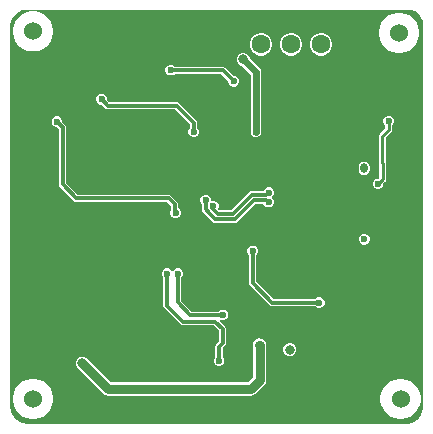
<source format=gbr>
%TF.GenerationSoftware,Altium Limited,Altium Designer,24.1.2 (44)*%
G04 Layer_Physical_Order=2*
G04 Layer_Color=16711680*
%FSLAX45Y45*%
%MOMM*%
%TF.SameCoordinates,257A8DD5-596B-45CF-B8F4-21FB4E0B7711*%
%TF.FilePolarity,Positive*%
%TF.FileFunction,Copper,L2,Bot,Signal*%
%TF.Part,Single*%
G01*
G75*
%TA.AperFunction,Conductor*%
%ADD32C,0.25000*%
%ADD33C,0.30000*%
%ADD35C,0.80000*%
%ADD42C,0.60000*%
%TA.AperFunction,ComponentPad*%
G04:AMPARAMS|DCode=44|XSize=1.3mm|YSize=2.3mm|CornerRadius=0.65mm|HoleSize=0mm|Usage=FLASHONLY|Rotation=90.000|XOffset=0mm|YOffset=0mm|HoleType=Round|Shape=RoundedRectangle|*
%AMROUNDEDRECTD44*
21,1,1.30000,1.00000,0,0,90.0*
21,1,0.00000,2.30000,0,0,90.0*
1,1,1.30000,0.50000,0.00000*
1,1,1.30000,0.50000,0.00000*
1,1,1.30000,-0.50000,0.00000*
1,1,1.30000,-0.50000,0.00000*
%
%ADD44ROUNDEDRECTD44*%
G04:AMPARAMS|DCode=45|XSize=1.3mm|YSize=2.6mm|CornerRadius=0.65mm|HoleSize=0mm|Usage=FLASHONLY|Rotation=90.000|XOffset=0mm|YOffset=0mm|HoleType=Round|Shape=RoundedRectangle|*
%AMROUNDEDRECTD45*
21,1,1.30000,1.30000,0,0,90.0*
21,1,0.00000,2.60000,0,0,90.0*
1,1,1.30000,0.65000,0.00000*
1,1,1.30000,0.65000,0.00000*
1,1,1.30000,-0.65000,0.00000*
1,1,1.30000,-0.65000,0.00000*
%
%ADD45ROUNDEDRECTD45*%
%ADD46C,0.60000*%
G04:AMPARAMS|DCode=47|XSize=0.85mm|YSize=0.6mm|CornerRadius=0.3mm|HoleSize=0mm|Usage=FLASHONLY|Rotation=90.000|XOffset=0mm|YOffset=0mm|HoleType=Round|Shape=RoundedRectangle|*
%AMROUNDEDRECTD47*
21,1,0.85000,0.00000,0,0,90.0*
21,1,0.25000,0.60000,0,0,90.0*
1,1,0.60000,0.00000,0.12500*
1,1,0.60000,0.00000,-0.12500*
1,1,0.60000,0.00000,-0.12500*
1,1,0.60000,0.00000,0.12500*
%
%ADD47ROUNDEDRECTD47*%
%ADD48R,1.60000X1.60000*%
%ADD49C,1.60000*%
%TA.AperFunction,ViaPad*%
%ADD50C,1.52400*%
%ADD51C,0.60000*%
%ADD52C,0.80000*%
%ADD53C,0.50000*%
G36*
X12154182Y9729815D02*
X12161682Y9724815D01*
X12172811Y9728608D01*
X12191372Y9724916D01*
X12214576Y9715305D01*
X12235458Y9701351D01*
X12253217Y9683592D01*
X12267171Y9662709D01*
X12276782Y9639506D01*
X12281682Y9614873D01*
Y9602316D01*
Y6364816D01*
Y6351027D01*
X12276302Y6323979D01*
X12265748Y6298500D01*
X12250427Y6275571D01*
X12230927Y6256070D01*
X12207997Y6240749D01*
X12182518Y6230196D01*
X12155470Y6224816D01*
X8926415D01*
X8896470Y6230772D01*
X8868262Y6242456D01*
X8842875Y6259419D01*
X8821285Y6281009D01*
X8804322Y6306396D01*
X8792638Y6334604D01*
X8786682Y6364549D01*
Y6379816D01*
Y9584815D01*
Y9599097D01*
X8792254Y9627110D01*
X8803184Y9653499D01*
X8819053Y9677248D01*
X8839250Y9697444D01*
X8862999Y9713313D01*
X8889387Y9724243D01*
X8917401Y9729816D01*
X12143982D01*
X12154182Y9729815D01*
D02*
G37*
%LPC*%
G36*
X8995444Y9715800D02*
X8961957D01*
X8929113Y9709267D01*
X8898175Y9696452D01*
X8870332Y9677848D01*
X8846653Y9654169D01*
X8828048Y9626325D01*
X8815233Y9595387D01*
X8808700Y9562543D01*
Y9529057D01*
X8815233Y9496213D01*
X8828048Y9465275D01*
X8846653Y9437431D01*
X8870332Y9413753D01*
X8898175Y9395148D01*
X8929113Y9382333D01*
X8961957Y9375800D01*
X8995444D01*
X9028287Y9382333D01*
X9059225Y9395148D01*
X9087069Y9413753D01*
X9110748Y9437431D01*
X9129352Y9465275D01*
X9142167Y9496213D01*
X9148700Y9529057D01*
Y9562543D01*
X9142167Y9595387D01*
X9129352Y9626325D01*
X9110748Y9654169D01*
X9087069Y9677848D01*
X9059225Y9696452D01*
X9028287Y9709267D01*
X8995444Y9715800D01*
D02*
G37*
G36*
X12094244Y9703100D02*
X12060757D01*
X12027913Y9696567D01*
X11996975Y9683752D01*
X11969132Y9665148D01*
X11945453Y9641469D01*
X11926848Y9613625D01*
X11914033Y9582687D01*
X11907500Y9549843D01*
Y9516357D01*
X11914033Y9483513D01*
X11926848Y9452575D01*
X11945453Y9424731D01*
X11969132Y9401053D01*
X11996975Y9382448D01*
X12027913Y9369633D01*
X12060757Y9363100D01*
X12094244D01*
X12127087Y9369633D01*
X12158025Y9382448D01*
X12185869Y9401053D01*
X12209548Y9424731D01*
X12228152Y9452575D01*
X12240967Y9483513D01*
X12247500Y9516357D01*
Y9549843D01*
X12240967Y9582687D01*
X12228152Y9613625D01*
X12209548Y9641469D01*
X12185869Y9665148D01*
X12158025Y9683752D01*
X12127087Y9696567D01*
X12094244Y9703100D01*
D02*
G37*
G36*
X11429807Y9531100D02*
X11404793D01*
X11380632Y9524626D01*
X11358969Y9512119D01*
X11341281Y9494431D01*
X11328774Y9472768D01*
X11322300Y9448607D01*
Y9423593D01*
X11328774Y9399432D01*
X11341281Y9377769D01*
X11358969Y9360081D01*
X11380632Y9347574D01*
X11404793Y9341100D01*
X11429807D01*
X11453968Y9347574D01*
X11475631Y9360081D01*
X11493319Y9377769D01*
X11505826Y9399432D01*
X11512300Y9423593D01*
Y9448607D01*
X11505826Y9472768D01*
X11493319Y9494431D01*
X11475631Y9512119D01*
X11453968Y9524626D01*
X11429807Y9531100D01*
D02*
G37*
G36*
X11175807D02*
X11150793D01*
X11126632Y9524626D01*
X11104969Y9512119D01*
X11087281Y9494431D01*
X11074774Y9472768D01*
X11068300Y9448607D01*
Y9423593D01*
X11074774Y9399432D01*
X11087281Y9377769D01*
X11104969Y9360081D01*
X11126632Y9347574D01*
X11150793Y9341100D01*
X11175807D01*
X11199968Y9347574D01*
X11221631Y9360081D01*
X11239319Y9377769D01*
X11251826Y9399432D01*
X11258300Y9423593D01*
Y9448607D01*
X11251826Y9472768D01*
X11239319Y9494431D01*
X11221631Y9512119D01*
X11199968Y9524626D01*
X11175807Y9531100D01*
D02*
G37*
G36*
X10921807D02*
X10896793D01*
X10872632Y9524626D01*
X10850969Y9512119D01*
X10833281Y9494431D01*
X10820774Y9472768D01*
X10814300Y9448607D01*
Y9423593D01*
X10820774Y9399432D01*
X10833281Y9377769D01*
X10850969Y9360081D01*
X10872632Y9347574D01*
X10896793Y9341100D01*
X10921807D01*
X10945968Y9347574D01*
X10967631Y9360081D01*
X10985319Y9377769D01*
X10997826Y9399432D01*
X11004300Y9423593D01*
Y9448607D01*
X10997826Y9472768D01*
X10985319Y9494431D01*
X10967631Y9512119D01*
X10945968Y9524626D01*
X10921807Y9531100D01*
D02*
G37*
G36*
X10152651Y9263000D02*
X10134749D01*
X10118210Y9256149D01*
X10105551Y9243491D01*
X10098700Y9226951D01*
Y9209049D01*
X10105551Y9192510D01*
X10118210Y9179851D01*
X10134749Y9173000D01*
X10152651D01*
X10169190Y9179851D01*
X10176752Y9187412D01*
X10571030D01*
X10633700Y9124742D01*
Y9114049D01*
X10640551Y9097510D01*
X10653210Y9084851D01*
X10669749Y9078000D01*
X10687651D01*
X10704190Y9084851D01*
X10716849Y9097510D01*
X10723700Y9114049D01*
Y9131951D01*
X10716849Y9148490D01*
X10704190Y9161149D01*
X10687651Y9168000D01*
X10676958D01*
X10605329Y9239629D01*
X10595405Y9246259D01*
X10583700Y9248588D01*
X10583699Y9248588D01*
X10176752D01*
X10169190Y9256149D01*
X10152651Y9263000D01*
D02*
G37*
G36*
X10767840Y9364100D02*
X10745960D01*
X10725745Y9355727D01*
X10710273Y9340255D01*
X10701900Y9320040D01*
Y9298160D01*
X10710273Y9277945D01*
X10725745Y9262473D01*
X10745960Y9254100D01*
X10747014D01*
X10820318Y9180795D01*
Y8698000D01*
X10821200Y8693568D01*
Y8689049D01*
X10822929Y8684874D01*
X10823811Y8680442D01*
X10826322Y8676684D01*
X10828051Y8672510D01*
X10831246Y8669315D01*
X10833757Y8665557D01*
X10837515Y8663046D01*
X10840710Y8659851D01*
X10844884Y8658122D01*
X10848642Y8655611D01*
X10853074Y8654729D01*
X10857249Y8653000D01*
X10861768D01*
X10866200Y8652119D01*
X10870632Y8653000D01*
X10875151D01*
X10879326Y8654729D01*
X10883758Y8655611D01*
X10887516Y8658122D01*
X10891690Y8659851D01*
X10894886Y8663046D01*
X10898643Y8665557D01*
X10901154Y8669315D01*
X10904349Y8672510D01*
X10906078Y8676684D01*
X10908589Y8680442D01*
X10909471Y8684874D01*
X10911200Y8689049D01*
Y8693568D01*
X10912082Y8698000D01*
Y9199800D01*
X10908589Y9217358D01*
X10898643Y9232243D01*
X10811900Y9318986D01*
Y9320040D01*
X10803527Y9340255D01*
X10788055Y9355727D01*
X10767840Y9364100D01*
D02*
G37*
G36*
X9567651Y9015500D02*
X9549749D01*
X9533210Y9008649D01*
X9520551Y8995990D01*
X9513700Y8979451D01*
Y8961549D01*
X9520551Y8945010D01*
X9533210Y8932351D01*
X9549749Y8925500D01*
X9560442D01*
X9589571Y8896371D01*
X9599495Y8889741D01*
X9611200Y8887412D01*
X10181030D01*
X10308112Y8760330D01*
Y8728552D01*
X10300551Y8720990D01*
X10293700Y8704451D01*
Y8686549D01*
X10300551Y8670010D01*
X10313210Y8657351D01*
X10329749Y8650500D01*
X10347651D01*
X10364191Y8657351D01*
X10376849Y8670010D01*
X10383700Y8686549D01*
Y8704451D01*
X10376849Y8720990D01*
X10369288Y8728552D01*
Y8773000D01*
X10366959Y8784706D01*
X10360329Y8794629D01*
X10360328Y8794629D01*
X10215329Y8939629D01*
X10205406Y8946259D01*
X10193700Y8948588D01*
X10193699Y8948588D01*
X9623870D01*
X9603700Y8968758D01*
Y8979451D01*
X9596849Y8995990D01*
X9584191Y9008649D01*
X9567651Y9015500D01*
D02*
G37*
G36*
X11783700Y8443882D02*
X11766142Y8440389D01*
X11751257Y8430443D01*
X11741311Y8415558D01*
X11737819Y8398000D01*
Y8373000D01*
X11741311Y8355442D01*
X11751257Y8340557D01*
X11766142Y8330611D01*
X11783700Y8327118D01*
X11801258Y8330611D01*
X11816143Y8340557D01*
X11826089Y8355442D01*
X11829582Y8373000D01*
Y8398000D01*
X11826089Y8415558D01*
X11816143Y8430443D01*
X11801258Y8440389D01*
X11783700Y8443882D01*
D02*
G37*
G36*
X11998163Y8831837D02*
X11980262D01*
X11963722Y8824986D01*
X11951063Y8812328D01*
X11944213Y8795788D01*
Y8777886D01*
X11951063Y8761347D01*
X11961174Y8751236D01*
Y8724226D01*
X11916374Y8679426D01*
X11910296Y8670330D01*
X11908161Y8659600D01*
Y8434600D01*
X11909961Y8425551D01*
Y8304714D01*
X11905247Y8300000D01*
X11890949D01*
X11874410Y8293149D01*
X11861751Y8280490D01*
X11854900Y8263951D01*
Y8246049D01*
X11861751Y8229510D01*
X11874410Y8216851D01*
X11890949Y8210000D01*
X11908851D01*
X11925390Y8216851D01*
X11938049Y8229510D01*
X11944900Y8246049D01*
Y8260347D01*
X11957826Y8273274D01*
X11963904Y8282370D01*
X11966039Y8293100D01*
Y8432800D01*
X11964238Y8441851D01*
Y8647986D01*
X12009039Y8692786D01*
X12015117Y8701883D01*
X12017251Y8712612D01*
Y8751236D01*
X12027362Y8761347D01*
X12034212Y8777886D01*
Y8795788D01*
X12027362Y8812328D01*
X12014703Y8824986D01*
X11998163Y8831837D01*
D02*
G37*
G36*
X10981751Y8225700D02*
X10963849D01*
X10947310Y8218849D01*
X10934651Y8206190D01*
X10929514Y8193788D01*
X10830060D01*
X10818355Y8191459D01*
X10808432Y8184829D01*
X10808431Y8184828D01*
X10655191Y8031588D01*
X10553670D01*
X10543621Y8041636D01*
X10549981Y8056991D01*
Y8074893D01*
X10543131Y8091432D01*
X10530472Y8104091D01*
X10513932Y8110942D01*
X10496031D01*
X10495541Y8110739D01*
X10484982Y8117795D01*
Y8123669D01*
X10478131Y8140209D01*
X10465472Y8152867D01*
X10448933Y8159718D01*
X10431031D01*
X10414491Y8152867D01*
X10401833Y8140209D01*
X10394982Y8123669D01*
Y8105767D01*
X10401833Y8089228D01*
X10409394Y8081667D01*
Y8038380D01*
X10409394Y8038379D01*
X10411722Y8026673D01*
X10418353Y8016750D01*
X10449497Y7985606D01*
X10500732Y7934371D01*
X10510655Y7927741D01*
X10522360Y7925412D01*
X10686499D01*
X10686500Y7925412D01*
X10698205Y7927741D01*
X10708129Y7934371D01*
X10861370Y8087612D01*
X10929514D01*
X10934651Y8075210D01*
X10947310Y8062551D01*
X10963849Y8055700D01*
X10981751D01*
X10998290Y8062551D01*
X11010949Y8075210D01*
X11017800Y8091749D01*
Y8109651D01*
X11010949Y8126191D01*
X11004736Y8132403D01*
X10999466Y8140700D01*
X11004736Y8148997D01*
X11010949Y8155209D01*
X11017800Y8171749D01*
Y8189651D01*
X11010949Y8206190D01*
X10998290Y8218849D01*
X10981751Y8225700D01*
D02*
G37*
G36*
X9190151Y8825500D02*
X9172249D01*
X9155710Y8818649D01*
X9143051Y8805991D01*
X9136200Y8789451D01*
Y8771549D01*
X9143051Y8755010D01*
X9155710Y8742351D01*
X9172249Y8735500D01*
X9182942D01*
X9198112Y8720330D01*
Y8250501D01*
X9198112Y8250500D01*
X9200441Y8238795D01*
X9207071Y8228871D01*
X9324571Y8111372D01*
X9324571Y8111371D01*
X9334494Y8104741D01*
X9346200Y8102412D01*
X10116030D01*
X10148872Y8069570D01*
Y8036812D01*
X10147051Y8034991D01*
X10140200Y8018451D01*
Y8000549D01*
X10147051Y7984010D01*
X10159710Y7971351D01*
X10176249Y7964500D01*
X10194151D01*
X10210691Y7971351D01*
X10223349Y7984010D01*
X10230200Y8000549D01*
Y8018451D01*
X10223349Y8034991D01*
X10210691Y8047649D01*
X10210048Y8047915D01*
Y8082239D01*
X10210048Y8082240D01*
X10207719Y8093946D01*
X10201089Y8103869D01*
X10150329Y8154629D01*
X10140406Y8161259D01*
X10128700Y8163588D01*
X10128699Y8163588D01*
X9358870D01*
X9259288Y8263170D01*
Y8733000D01*
X9256959Y8744705D01*
X9250329Y8754629D01*
X9250328Y8754629D01*
X9226200Y8778758D01*
Y8789451D01*
X9219349Y8805991D01*
X9206691Y8818649D01*
X9190151Y8825500D01*
D02*
G37*
G36*
X11792651Y7830500D02*
X11774749D01*
X11758210Y7823650D01*
X11745551Y7810991D01*
X11738700Y7794452D01*
Y7776550D01*
X11745551Y7760010D01*
X11758210Y7747352D01*
X11774749Y7740501D01*
X11792651D01*
X11809191Y7747352D01*
X11821849Y7760010D01*
X11828700Y7776550D01*
Y7794452D01*
X11821849Y7810991D01*
X11809191Y7823650D01*
X11792651Y7830500D01*
D02*
G37*
G36*
X10212651Y7540500D02*
X10194749D01*
X10178210Y7533649D01*
X10165551Y7520991D01*
X10151849D01*
X10139191Y7533649D01*
X10122651Y7540500D01*
X10104749D01*
X10088210Y7533649D01*
X10075551Y7520991D01*
X10068700Y7504451D01*
Y7486549D01*
X10075551Y7470010D01*
X10083112Y7462448D01*
Y7223001D01*
X10083112Y7223000D01*
X10085441Y7211295D01*
X10092071Y7201371D01*
X10227071Y7066371D01*
X10236995Y7059741D01*
X10248700Y7057412D01*
X10248701Y7057412D01*
X10508530D01*
X10555612Y7010330D01*
Y6922679D01*
X10532071Y6899138D01*
X10525441Y6889214D01*
X10523112Y6877509D01*
X10523112Y6877508D01*
Y6789452D01*
X10515551Y6781890D01*
X10508700Y6765351D01*
Y6747449D01*
X10515551Y6730910D01*
X10528210Y6718251D01*
X10544749Y6711400D01*
X10562651D01*
X10579190Y6718251D01*
X10591849Y6730910D01*
X10598700Y6747449D01*
Y6765351D01*
X10591849Y6781890D01*
X10584288Y6789452D01*
Y6864839D01*
X10607829Y6888380D01*
X10614459Y6898304D01*
X10616788Y6910009D01*
X10616788Y6910010D01*
Y7022999D01*
X10616788Y7023000D01*
X10614459Y7034705D01*
X10607829Y7044629D01*
X10607828Y7044629D01*
X10561800Y7090658D01*
X10563127Y7107291D01*
X10563210Y7107351D01*
X10579749Y7100500D01*
X10597651D01*
X10614191Y7107351D01*
X10626849Y7120010D01*
X10633700Y7136549D01*
Y7154451D01*
X10626849Y7170990D01*
X10614191Y7183649D01*
X10597651Y7190500D01*
X10579749D01*
X10563210Y7183649D01*
X10553148Y7173588D01*
X10323870D01*
X10234288Y7263170D01*
Y7462448D01*
X10241849Y7470010D01*
X10248700Y7486549D01*
Y7504451D01*
X10241849Y7520991D01*
X10229191Y7533649D01*
X10212651Y7540500D01*
D02*
G37*
G36*
X10847651Y7733000D02*
X10829749D01*
X10813210Y7726149D01*
X10800551Y7713491D01*
X10793700Y7696951D01*
Y7679049D01*
X10800551Y7662510D01*
X10808112Y7654948D01*
Y7415501D01*
X10808112Y7415500D01*
X10810441Y7403795D01*
X10817071Y7393871D01*
X10984571Y7226372D01*
X10984571Y7226371D01*
X10994495Y7219741D01*
X11006200Y7217412D01*
X11006202Y7217412D01*
X11370648D01*
X11378210Y7209851D01*
X11394749Y7203000D01*
X11412651D01*
X11429191Y7209851D01*
X11441849Y7222510D01*
X11448700Y7239049D01*
Y7256951D01*
X11441849Y7273490D01*
X11429191Y7286149D01*
X11412651Y7293000D01*
X11394749D01*
X11378210Y7286149D01*
X11370648Y7278588D01*
X11018870D01*
X10869288Y7428170D01*
Y7654948D01*
X10876849Y7662510D01*
X10883700Y7679049D01*
Y7696951D01*
X10876849Y7713491D01*
X10864191Y7726149D01*
X10847651Y7733000D01*
D02*
G37*
G36*
X11164640Y6905500D02*
X11142760D01*
X11122545Y6897127D01*
X11107074Y6881655D01*
X11098700Y6861440D01*
Y6839560D01*
X11107074Y6819345D01*
X11122545Y6803874D01*
X11142760Y6795500D01*
X11164640D01*
X11184855Y6803874D01*
X11200327Y6819345D01*
X11208700Y6839560D01*
Y6861440D01*
X11200327Y6881655D01*
X11184855Y6897127D01*
X11164640Y6905500D01*
D02*
G37*
G36*
X10893733Y6949929D02*
X10872273Y6945661D01*
X10854080Y6933505D01*
X10841924Y6915312D01*
X10837655Y6893852D01*
X10840523Y6879438D01*
Y6616628D01*
X10797972Y6574078D01*
X9638081D01*
X9435729Y6776429D01*
X9431137Y6779497D01*
X9427232Y6783402D01*
X9422129Y6785516D01*
X9417536Y6788585D01*
X9412120Y6789662D01*
X9407017Y6791776D01*
X9401493D01*
X9396077Y6792853D01*
X9390660Y6791776D01*
X9385137D01*
X9380034Y6789662D01*
X9374617Y6788585D01*
X9370025Y6785516D01*
X9364922Y6783402D01*
X9361017Y6779497D01*
X9356424Y6776429D01*
X9353355Y6771836D01*
X9349450Y6767931D01*
X9347336Y6762828D01*
X9344268Y6758236D01*
X9343191Y6752819D01*
X9341077Y6747716D01*
Y6742193D01*
X9339999Y6736776D01*
X9341077Y6731359D01*
Y6725836D01*
X9343191Y6720733D01*
X9344268Y6715316D01*
X9347336Y6710724D01*
X9349450Y6705621D01*
X9353355Y6701716D01*
X9356424Y6697123D01*
X9575200Y6478347D01*
X9593393Y6466192D01*
X9614853Y6461923D01*
X10821200D01*
X10842660Y6466192D01*
X10860853Y6478347D01*
X10936253Y6553747D01*
X10948409Y6571940D01*
X10952677Y6593400D01*
Y6890985D01*
X10948409Y6912445D01*
X10936253Y6930638D01*
X10933386Y6933505D01*
X10915193Y6945661D01*
X10893733Y6949929D01*
D02*
G37*
G36*
X12106944Y6604300D02*
X12073457D01*
X12040613Y6597767D01*
X12009675Y6584952D01*
X11981832Y6566348D01*
X11958153Y6542669D01*
X11939548Y6514825D01*
X11926733Y6483887D01*
X11920200Y6451043D01*
Y6417557D01*
X11926733Y6384713D01*
X11939548Y6353775D01*
X11958153Y6325931D01*
X11981832Y6302253D01*
X12009675Y6283648D01*
X12040613Y6270833D01*
X12073457Y6264300D01*
X12106944D01*
X12139787Y6270833D01*
X12170725Y6283648D01*
X12198569Y6302253D01*
X12222248Y6325931D01*
X12240852Y6353775D01*
X12253667Y6384713D01*
X12260200Y6417557D01*
Y6451043D01*
X12253667Y6483887D01*
X12240852Y6514825D01*
X12222248Y6542669D01*
X12198569Y6566348D01*
X12170725Y6584952D01*
X12139787Y6597767D01*
X12106944Y6604300D01*
D02*
G37*
G36*
X8995444D02*
X8961957D01*
X8929113Y6597767D01*
X8898175Y6584952D01*
X8870332Y6566348D01*
X8846653Y6542669D01*
X8828048Y6514825D01*
X8815233Y6483887D01*
X8808700Y6451043D01*
Y6417557D01*
X8815233Y6384713D01*
X8828048Y6353775D01*
X8846653Y6325931D01*
X8870332Y6302253D01*
X8898175Y6283648D01*
X8929113Y6270833D01*
X8961957Y6264300D01*
X8995444D01*
X9028287Y6270833D01*
X9059225Y6283648D01*
X9087069Y6302253D01*
X9110748Y6325931D01*
X9129352Y6353775D01*
X9142167Y6384713D01*
X9148700Y6417557D01*
Y6451043D01*
X9142167Y6483887D01*
X9129352Y6514825D01*
X9110748Y6542669D01*
X9087069Y6566348D01*
X9059225Y6584952D01*
X9028287Y6597767D01*
X8995444Y6604300D01*
D02*
G37*
%LPD*%
D32*
X11899900Y8255000D02*
X11938000Y8293100D01*
Y8432800D01*
X11936200Y8434600D02*
X11938000Y8432800D01*
X11936200Y8434600D02*
Y8659600D01*
X11989212Y8712612D01*
Y8786837D01*
D33*
X10553700Y6877509D02*
X10586200Y6910009D01*
X10553700Y6756400D02*
Y6877509D01*
X10586200Y6910009D02*
Y7023000D01*
X10439982Y8038379D02*
Y8114718D01*
Y8038379D02*
X10471126Y8007234D01*
X10502946Y8063906D02*
X10504982Y8065942D01*
X10471126Y8007234D02*
X10522360Y7956000D01*
X10502946Y8039054D02*
X10541000Y8001000D01*
X10502946Y8039054D02*
Y8063906D01*
X10522360Y7956000D02*
X10686500D01*
X10541000Y8001000D02*
X10667861D01*
X10830060Y8163200D01*
X10686500Y7956000D02*
X10848700Y8118200D01*
X10964682Y8100700D02*
X10972800D01*
X10964682Y8180700D02*
X10972800D01*
X10947182Y8118200D02*
X10964682Y8100700D01*
X10947182Y8163200D02*
X10964682Y8180700D01*
X10848700Y8118200D02*
X10947182D01*
X10830060Y8163200D02*
X10947182D01*
X10583700Y9218000D02*
X10678700Y9123000D01*
X10143700Y9218000D02*
X10583700D01*
X10113700Y7223000D02*
Y7495500D01*
Y7223000D02*
X10248700Y7088000D01*
X10521200D01*
X10586200Y7023000D01*
X10203700Y7250500D02*
Y7495500D01*
Y7250500D02*
X10311200Y7143000D01*
X10586200D01*
X10588700Y7145500D01*
X10179460Y8015240D02*
Y8082240D01*
Y8015240D02*
X10185200Y8009500D01*
X10128700Y8133000D02*
X10179460Y8082240D01*
X9346200Y8133000D02*
X10128700D01*
X9228700Y8250500D02*
X9346200Y8133000D01*
X9228700Y8250500D02*
Y8733000D01*
X9181200Y8780500D02*
X9228700Y8733000D01*
X10338700Y8695500D02*
Y8773000D01*
X10193700Y8918000D02*
X10338700Y8773000D01*
X9611200Y8918000D02*
X10193700D01*
X9558700Y8970500D02*
X9611200Y8918000D01*
X10838700Y7415500D02*
Y7688000D01*
Y7415500D02*
X11006200Y7248000D01*
X11403700D01*
D35*
X10893733Y6893852D02*
X10896600Y6890985D01*
Y6593400D02*
Y6890985D01*
X10821200Y6518000D02*
X10896600Y6593400D01*
X9396077Y6736776D02*
X9614853Y6518000D01*
X10821200D01*
D42*
X10756900Y9309100D02*
X10866200Y9199800D01*
Y8698000D02*
Y9199800D01*
D44*
X11711200Y7653500D02*
D03*
X11711200Y8517500D02*
D03*
D45*
X12093700Y7653500D02*
D03*
Y8517500D02*
D03*
D46*
X11783700Y7785501D02*
D03*
D47*
Y8385500D02*
D03*
D48*
X11671300Y9436100D02*
D03*
D49*
X11417300D02*
D03*
X11163300D02*
D03*
X10909300D02*
D03*
D50*
X12077500Y9533100D02*
D03*
X8978700Y9545800D02*
D03*
Y6434300D02*
D03*
X12090200D02*
D03*
D51*
X9791700Y7289800D02*
D03*
X9372600Y7543800D02*
D03*
X9829800Y8026400D02*
D03*
X12178765Y8411132D02*
D03*
X12026365D02*
D03*
X12102565D02*
D03*
X11480800Y8902700D02*
D03*
Y8978900D02*
D03*
Y9055100D02*
D03*
X12204700Y8051800D02*
D03*
X12105959Y8055113D02*
D03*
X12005959D02*
D03*
X11561827Y7647179D02*
D03*
X10947400Y8991600D02*
D03*
X9185062Y7756495D02*
D03*
X9271000Y7696200D02*
D03*
X11100945Y6550406D02*
D03*
X10739167Y6896802D02*
D03*
X10893733Y6893852D02*
D03*
X11072961Y7559975D02*
D03*
X10553700Y6756400D02*
D03*
X9740670Y7497253D02*
D03*
X9639300Y8026400D02*
D03*
X12136810Y8784445D02*
D03*
X11641644Y8619870D02*
D03*
X11766495D02*
D03*
X11587227Y8396479D02*
D03*
X11638436Y7552641D02*
D03*
X11587227Y7774179D02*
D03*
X11899900Y8255000D02*
D03*
X11989212Y8786837D02*
D03*
X10439982Y8114718D02*
D03*
X10504982Y8065942D02*
D03*
X10704911Y8289134D02*
D03*
X10972800Y8180700D02*
D03*
Y8100700D02*
D03*
X11445845Y8140141D02*
D03*
X11087100Y8496300D02*
D03*
X12003100Y7759700D02*
D03*
X12103100D02*
D03*
X12201841Y7756387D02*
D03*
X10970272Y7668128D02*
D03*
X11069353Y7861367D02*
D03*
X9598617Y8812088D02*
D03*
X10143700Y9218000D02*
D03*
X10678700Y9123000D02*
D03*
X10283700Y8943000D02*
D03*
X10017450Y8826750D02*
D03*
X9231200Y8878000D02*
D03*
X10201200Y8728000D02*
D03*
X9448800Y8267700D02*
D03*
X9677400Y8331200D02*
D03*
X9578700Y8423000D02*
D03*
Y8543000D02*
D03*
X10348700Y7450500D02*
D03*
X10028700Y6953000D02*
D03*
X12093700Y8225500D02*
D03*
Y7945500D02*
D03*
X11633700Y7255500D02*
D03*
X11636200Y7483000D02*
D03*
X10458700Y6900500D02*
D03*
X10113700Y7495500D02*
D03*
X10203700D02*
D03*
X10588700Y7145500D02*
D03*
X10185200Y8009500D02*
D03*
X9181200Y8780500D02*
D03*
X10338700Y8695500D02*
D03*
X9558700Y8970500D02*
D03*
X9928700Y6778000D02*
D03*
X9941200Y6950500D02*
D03*
X11721200Y6473000D02*
D03*
Y6393000D02*
D03*
X11816200D02*
D03*
Y6473000D02*
D03*
Y6555500D02*
D03*
X9311200Y9413000D02*
D03*
X10866200Y8698000D02*
D03*
X10838700Y7688000D02*
D03*
X11403700Y7248000D02*
D03*
X11021200Y8690500D02*
D03*
X11716787Y6553587D02*
D03*
X12079822Y6843341D02*
D03*
X12141067Y7369214D02*
D03*
D52*
X10756900Y9309100D02*
D03*
X9396077Y6736776D02*
D03*
X11153700Y6850500D02*
D03*
D53*
X9753700Y9235500D02*
D03*
Y9125500D02*
D03*
X9863700D02*
D03*
Y9235500D02*
D03*
%TF.MD5,d581e5f8e8e28f970c458f0158379768*%
M02*

</source>
